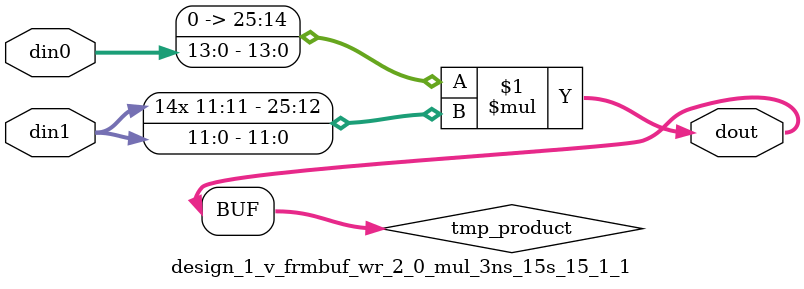
<source format=v>

`timescale 1 ns / 1 ps

  module design_1_v_frmbuf_wr_2_0_mul_3ns_15s_15_1_1(din0, din1, dout);
parameter ID = 1;
parameter NUM_STAGE = 0;
parameter din0_WIDTH = 14;
parameter din1_WIDTH = 12;
parameter dout_WIDTH = 26;

input [din0_WIDTH - 1 : 0] din0; 
input [din1_WIDTH - 1 : 0] din1; 
output [dout_WIDTH - 1 : 0] dout;

wire signed [dout_WIDTH - 1 : 0] tmp_product;











assign tmp_product = $signed({1'b0, din0}) * $signed(din1);










assign dout = tmp_product;







endmodule

</source>
